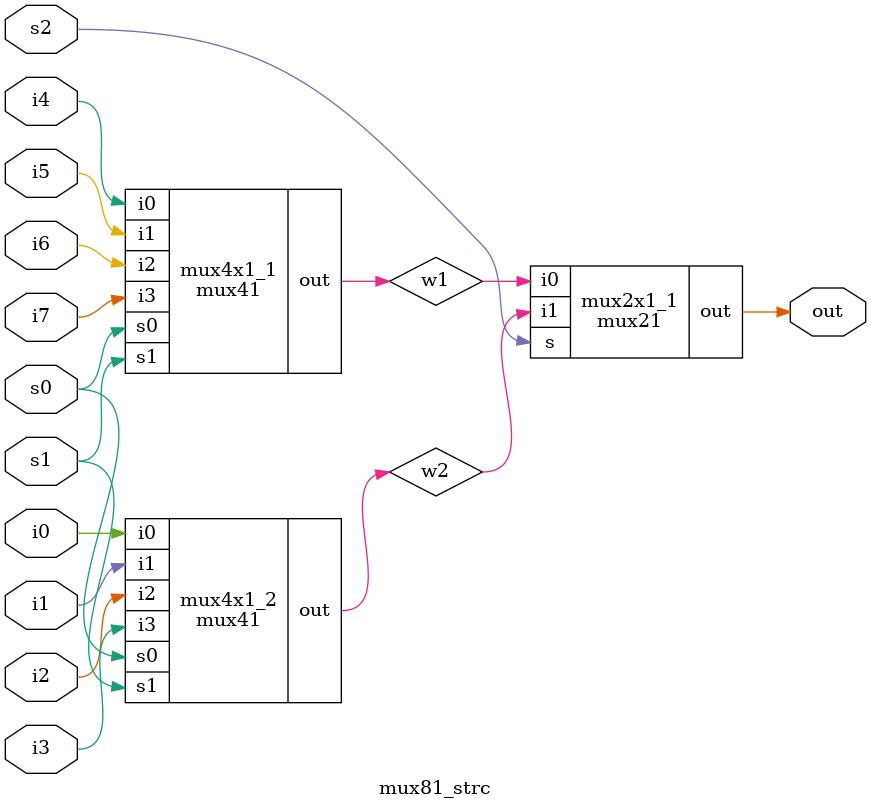
<source format=v>
`timescale 1ns / 1ps

module mux41(out,i3,i2,i1,i0,s1,s0);
input i3,i2,i1,i0,s1,s0;
output reg out;

always@*
begin
 case ({s1,s0})
   2'b00:out=i0;
   2'b01:out=i1;
   2'b10:out=i2;
   2'b11:out=i3;
  endcase
end
endmodule

module mux21(out,i0,i1,s);
   input i0,i1,s;
   output reg out;
   always@*
   begin
   if(s==0)
   out=i0;
   else
   out=i1;
   end
endmodule

module mux81_strc(out,i7,i6,i5,i4,i3,i2,i1,i0,s2,s1,s0);
input i7,i6,i5,i4,i3,i2,i1,i0;
input s2,s1,s0;
output out;
wire w1,w2;

mux41 mux4x1_1(w1,i7,i6,i5,i4,s1,s0);
mux41 mux4x1_2(w2,i3,i2,i1,i0,s1,s0);

mux21 mux2x1_1(out,w1,w2,s2);
endmodule

</source>
